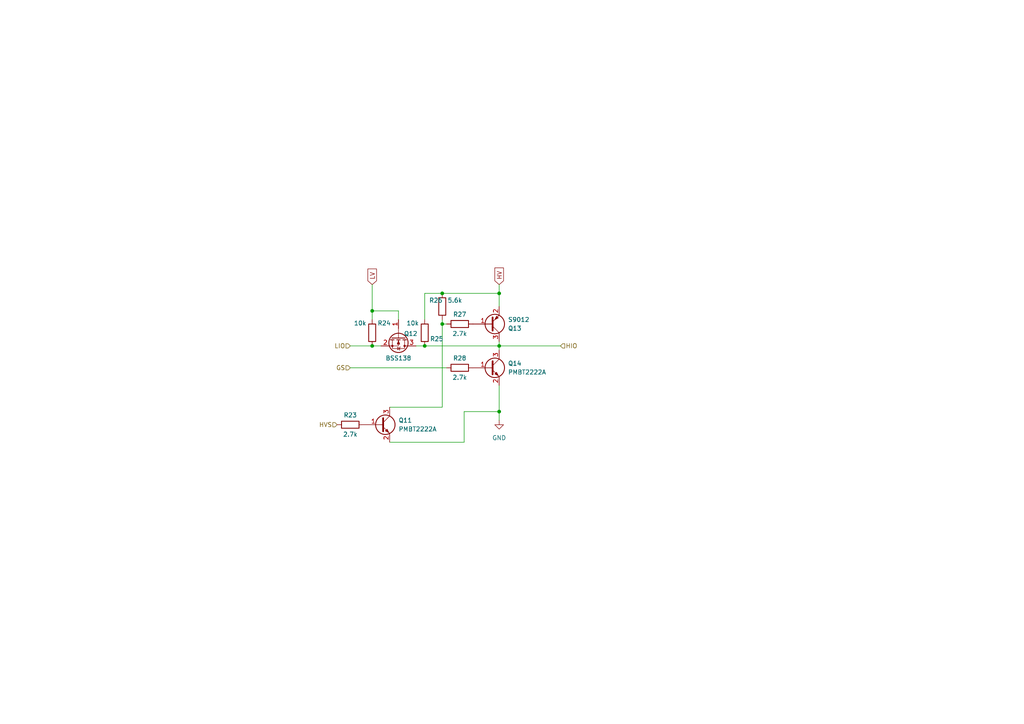
<source format=kicad_sch>
(kicad_sch (version 20250114) (generator "eeschema") (generator_version "9.0")
  (paper "A4")
  (lib_symbols
    (symbol "Device:Q_PNP_BEC" (pin_names (offset 0) (hide yes))
      (property "Reference" "Q" (at 5.08 1.27 0))
      (property "Value" "Q_PNP_BEC" (at 5.08 -1.27 0))
      (symbol "Q_PNP_BEC_0_1"
        (polyline (pts (xy 0.635 1.905) (xy 0.635 -1.905) (xy 0.635 -1.905)) (stroke (width 0.508)))
        (polyline (pts (xy 0.635 0.635) (xy 2.54 2.54)))
        (polyline (pts (xy 0.635 -0.635) (xy 2.54 -2.54) (xy 2.54 -2.54)))
        (circle (center 1.27 0) (radius 2.8194) (stroke (width 0.254)))
        (polyline (pts (xy 2.286 -1.778) (xy 1.778 -2.286) (xy 1.27 -1.27) (xy 2.286 -1.778) (xy 2.286 -1.778)) (fill (type outline)))
      )
      (symbol "Q_PNP_BEC_1_1"
        (pin input line (at -5.08 0 0) (length 5.715) (name "B") (number "1"))
        (pin passive line (at 2.54 5.08 270) (length 2.54) (name "C") (number "3"))
        (pin passive line (at 2.54 -5.08 90) (length 2.54) (name "E") (number "2"))
      )
    )
    (symbol "Device:R" (pin_numbers (hide yes)) (pin_names (offset 0))
      (property "Reference" "R" (at 2.032 0 90))
      (property "Value" "R" (at 0 0 90))
      (symbol "R_0_1"
        (rectangle (start -1.016 -2.54) (end 1.016 2.54) (stroke (width 0.254)))
      )
      (symbol "R_1_1"
        (pin passive line (at 0 3.81 270) (length 1.27) (name "~") (number "1"))
        (pin passive line (at 0 -3.81 90) (length 1.27) (name "~") (number "2"))
      )
    )
    (symbol "Transistor_BJT:PMBT2222A" (pin_names (offset 0) (hide yes))
      (property "Reference" "Q" (at 5.08 1.905 0))
      (property "Value" "PMBT2222A" (at 5.08 0 0))
      (symbol "PMBT2222A_0_1"
        (polyline (pts (xy 0.635 1.905) (xy 0.635 -1.905) (xy 0.635 -1.905)) (stroke (width 0.508)))
        (polyline (pts (xy 0.635 0.635) (xy 2.54 2.54)))
        (polyline (pts (xy 0.635 -0.635) (xy 2.54 -2.54) (xy 2.54 -2.54)))
        (circle (center 1.27 0) (radius 2.8194) (stroke (width 0.254)))
        (polyline (pts (xy 1.27 -1.778) (xy 1.778 -1.27) (xy 2.286 -2.286) (xy 1.27 -1.778) (xy 1.27 -1.778)) (fill (type outline)))
      )
      (symbol "PMBT2222A_1_1"
        (pin input line (at -5.08 0 0) (length 5.715) (name "B") (number "1"))
        (pin passive line (at 2.54 5.08 270) (length 2.54) (name "C") (number "3"))
        (pin passive line (at 2.54 -5.08 90) (length 2.54) (name "E") (number "2"))
      )
    )
    (symbol "Transistor_FET:BSS138" (pin_names (hide yes))
      (property "Reference" "Q" (at 5.08 1.905 0))
      (property "Value" "BSS138" (at 5.08 0 0))
      (symbol "BSS138_0_1"
        (polyline (pts (xy 0.254 1.905) (xy 0.254 -1.905)) (stroke (width 0.254)))
        (polyline (pts (xy 0.254 0) (xy -2.54 0)))
        (polyline (pts (xy 0.762 2.286) (xy 0.762 1.27)) (stroke (width 0.254)))
        (polyline (pts (xy 0.762 0.508) (xy 0.762 -0.508)) (stroke (width 0.254)))
        (polyline (pts (xy 0.762 -1.27) (xy 0.762 -2.286)) (stroke (width 0.254)))
        (polyline (pts (xy 0.762 -1.778) (xy 3.302 -1.778) (xy 3.302 1.778) (xy 0.762 1.778)))
        (polyline (pts (xy 1.016 0) (xy 2.032 0.381) (xy 2.032 -0.381) (xy 1.016 0)) (fill (type outline)))
        (circle (center 1.651 0) (radius 2.794) (stroke (width 0.254)))
        (polyline (pts (xy 2.54 2.54) (xy 2.54 1.778)))
        (circle (center 2.54 1.778) (radius 0.254) (fill (type outline)))
        (circle (center 2.54 -1.778) (radius 0.254) (fill (type outline)))
        (polyline (pts (xy 2.54 -2.54) (xy 2.54 0) (xy 0.762 0)))
        (polyline (pts (xy 2.794 0.508) (xy 2.921 0.381) (xy 3.683 0.381) (xy 3.81 0.254)))
        (polyline (pts (xy 3.302 0.381) (xy 2.921 -0.254) (xy 3.683 -0.254) (xy 3.302 0.381)))
      )
      (symbol "BSS138_1_1"
        (pin input line (at -5.08 0 0) (length 2.54) (name "G") (number "1"))
        (pin passive line (at 2.54 5.08 270) (length 2.54) (name "D") (number "3"))
        (pin passive line (at 2.54 -5.08 90) (length 2.54) (name "S") (number "2"))
      )
    )
    (symbol "power:GND" (power) (pin_numbers (hide yes)) (pin_names (offset 0) (hide yes))
      (property "Value" "GND" (at 0 -3.81 0))
      (symbol "GND_0_1"
        (polyline (pts (xy 0 0) (xy 0 -1.27) (xy 1.27 -1.27) (xy 0 -2.54) (xy -1.27 -1.27) (xy 0 -1.27)))
      )
      (symbol "GND_1_1"
        (pin power_in line (at 0 0 270) (length 0) (name "~") (number "1"))
      )
    )
  )
  (junction (at 144.78 85.09))
  (junction (at 128.27 85.09))
  (junction (at 128.27 93.98))
  (junction (at 107.95 90.17))
  (junction (at 144.78 100.33))
  (junction (at 123.19 100.33))
  (junction (at 107.95 100.33))
  (junction (at 144.78 119.38))
  (wire (pts (xy 120.65 100.33) (xy 123.19 100.33)))
  (wire (pts (xy 107.95 90.17) (xy 115.57 90.17)))
  (wire (pts (xy 123.19 85.09) (xy 128.27 85.09)))
  (wire (pts (xy 144.78 119.38) (xy 144.78 121.92)))
  (wire (pts (xy 144.78 100.33) (xy 162.56 100.33)))
  (wire (pts (xy 134.62 128.27) (xy 113.03 128.27)))
  (wire (pts (xy 123.19 85.09) (xy 123.19 92.71)))
  (wire (pts (xy 144.78 100.33) (xy 144.78 101.6)))
  (wire (pts (xy 101.6 100.33) (xy 107.95 100.33)))
  (wire (pts (xy 144.78 100.33) (xy 144.78 99.06)))
  (wire (pts (xy 123.19 100.33) (xy 144.78 100.33)))
  (wire (pts (xy 134.62 119.38) (xy 144.78 119.38)))
  (wire (pts (xy 107.95 100.33) (xy 110.49 100.33)))
  (wire (pts (xy 107.95 92.71) (xy 107.95 90.17)))
  (wire (pts (xy 144.78 111.76) (xy 144.78 119.38)))
  (wire (pts (xy 107.95 82.55) (xy 107.95 90.17)))
  (wire (pts (xy 144.78 85.09) (xy 144.78 88.9)))
  (wire (pts (xy 101.6 106.68) (xy 129.54 106.68)))
  (wire (pts (xy 115.57 90.17) (xy 115.57 92.71)))
  (wire (pts (xy 128.27 92.71) (xy 128.27 93.98)))
  (wire (pts (xy 128.27 93.98) (xy 129.54 93.98)))
  (wire (pts (xy 144.78 82.55) (xy 144.78 85.09)))
  (wire (pts (xy 128.27 85.09) (xy 144.78 85.09)))
  (wire (pts (xy 128.27 93.98) (xy 128.27 118.11)))
  (wire (pts (xy 134.62 119.38) (xy 134.62 128.27)))
  (wire (pts (xy 113.03 118.11) (xy 128.27 118.11)))
  (global_label "HV" (shape input) (at 144.78 82.55 90) (property "Intersheetrefs" "${INTERSHEET_REFS}" (effects (hide yes))))
  (global_label "LV" (shape input) (at 107.95 82.55 90) (property "Intersheetrefs" "${INTERSHEET_REFS}" (effects (hide yes))))
  (hierarchical_label "LIO" (shape input) (at 101.6 100.33 180))
  (hierarchical_label "HIO" (shape input) (at 162.56 100.33 0))
  (hierarchical_label "HVS" (shape input) (at 97.79 123.19 180))
  (hierarchical_label "GS" (shape input) (at 101.6 106.68 180))
  (symbol (lib_id "Device:R") (at 123.19 96.52 0) (unit 1)
    (property "Reference" "R5" (at 124.714 98.298 0) (effects (justify left)))
    (property "Value" "10k" (at 117.856 93.726 0) (effects (justify left)))
    (property "Footprint" "Resistor_SMD:R_1206_3216Metric_Pad1.30x1.75mm_HandSolder" (effects (hide yes)))
    (property "Description" "Resistor" (effects (hide yes)))
    (instances (project "micro" (path "" (reference "R25") (unit 1)) (path "" (reference "R5") (unit 1)) (path "" (reference "R37") (unit 1)) (path "" (reference "R43") (unit 1)) (path "" (reference "R55") (unit 1)) (path "" (reference "R79") (unit 1)) (path "" (reference "R19") (unit 1)) (path "" (reference "R85") (unit 1)) (path "" (reference "R73") (unit 1)) (path "" (reference "R31") (unit 1)) (path "" (reference "R97") (unit 1)) (path "" (reference "R67") (unit 1)) (path "" (reference "R103") (unit 1)) (path "" (reference "R91") (unit 1)) (path "" (reference "R61") (unit 1)) (path "" (reference "R49") (unit 1))))
  )
  (symbol (lib_id "Device:R") (at 133.35 93.98 90) (unit 1)
    (property "Reference" "R7" (at 133.35 91.186 90))
    (property "Value" "2.7k" (at 133.35 96.774 90))
    (property "Footprint" "Resistor_SMD:R_1206_3216Metric_Pad1.30x1.75mm_HandSolder" (effects (hide yes)))
    (property "Description" "Resistor" (effects (hide yes)))
    (instances (project "micro" (path "" (reference "R27") (unit 1)) (path "" (reference "R7") (unit 1)) (path "" (reference "R39") (unit 1)) (path "" (reference "R45") (unit 1)) (path "" (reference "R57") (unit 1)) (path "" (reference "R81") (unit 1)) (path "" (reference "R21") (unit 1)) (path "" (reference "R87") (unit 1)) (path "" (reference "R75") (unit 1)) (path "" (reference "R33") (unit 1)) (path "" (reference "R99") (unit 1)) (path "" (reference "R69") (unit 1)) (path "" (reference "R105") (unit 1)) (path "" (reference "R93") (unit 1)) (path "" (reference "R63") (unit 1)) (path "" (reference "R51") (unit 1))))
  )
  (symbol (lib_id "Transistor_BJT:PMBT2222A") (at 142.24 106.68 0) (unit 1)
    (property "Reference" "Q4" (at 147.32 105.4099 0) (effects (justify left)))
    (property "Value" "PMBT2222A" (at 147.32 107.9499 0) (effects (justify left)))
    (property "Footprint" "Package_TO_SOT_SMD:SOT-23_Handsoldering" (effects (hide yes)))
    (property "Datasheet" "https://assets.nexperia.com/documents/data-sheet/PMBT2222A.pdf" (effects (hide yes)))
    (property "Description" "600mA Ic, 40V Vce, NPN Transistor, SOT-23" (effects (hide yes)))
    (instances (project "micro" (path "" (reference "Q14") (unit 1)) (path "" (reference "Q4") (unit 1)) (path "" (reference "Q22") (unit 1)) (path "" (reference "Q26") (unit 1)) (path "" (reference "Q34") (unit 1)) (path "" (reference "Q50") (unit 1)) (path "" (reference "Q10") (unit 1)) (path "" (reference "Q54") (unit 1)) (path "" (reference "Q46") (unit 1)) (path "" (reference "Q18") (unit 1)) (path "" (reference "Q62") (unit 1)) (path "" (reference "Q42") (unit 1)) (path "" (reference "Q66") (unit 1)) (path "" (reference "Q58") (unit 1)) (path "" (reference "Q38") (unit 1)) (path "" (reference "Q30") (unit 1))))
  )
  (symbol (lib_id "Device:R") (at 101.6 123.19 90) (unit 1)
    (property "Reference" "R3" (at 101.6 120.396 90))
    (property "Value" "2.7k" (at 101.6 125.984 90))
    (property "Footprint" "Resistor_SMD:R_1206_3216Metric_Pad1.30x1.75mm_HandSolder" (effects (hide yes)))
    (property "Description" "Resistor" (effects (hide yes)))
    (instances (project "micro" (path "" (reference "R23") (unit 1)) (path "" (reference "R3") (unit 1)) (path "" (reference "R35") (unit 1)) (path "" (reference "R41") (unit 1)) (path "" (reference "R53") (unit 1)) (path "" (reference "R77") (unit 1)) (path "" (reference "R17") (unit 1)) (path "" (reference "R83") (unit 1)) (path "" (reference "R71") (unit 1)) (path "" (reference "R29") (unit 1)) (path "" (reference "R95") (unit 1)) (path "" (reference "R65") (unit 1)) (path "" (reference "R101") (unit 1)) (path "" (reference "R89") (unit 1)) (path "" (reference "R59") (unit 1)) (path "" (reference "R47") (unit 1))))
  )
  (symbol (lib_id "Device:R") (at 107.95 96.52 0) (unit 1)
    (property "Reference" "R4" (at 109.474 93.726 0) (effects (justify left)))
    (property "Value" "10k" (at 102.616 93.726 0) (effects (justify left)))
    (property "Footprint" "Resistor_SMD:R_1206_3216Metric_Pad1.30x1.75mm_HandSolder" (effects (hide yes)))
    (property "Description" "Resistor" (effects (hide yes)))
    (instances (project "micro" (path "" (reference "R24") (unit 1)) (path "" (reference "R4") (unit 1)) (path "" (reference "R36") (unit 1)) (path "" (reference "R42") (unit 1)) (path "" (reference "R54") (unit 1)) (path "" (reference "R78") (unit 1)) (path "" (reference "R18") (unit 1)) (path "" (reference "R84") (unit 1)) (path "" (reference "R72") (unit 1)) (path "" (reference "R30") (unit 1)) (path "" (reference "R96") (unit 1)) (path "" (reference "R66") (unit 1)) (path "" (reference "R102") (unit 1)) (path "" (reference "R90") (unit 1)) (path "" (reference "R60") (unit 1)) (path "" (reference "R48") (unit 1))))
  )
  (symbol (lib_id "Device:R") (at 133.35 106.68 90) (unit 1)
    (property "Reference" "R8" (at 133.35 103.886 90))
    (property "Value" "2.7k" (at 133.35 109.474 90))
    (property "Footprint" "Resistor_SMD:R_1206_3216Metric_Pad1.30x1.75mm_HandSolder" (effects (hide yes)))
    (property "Description" "Resistor" (effects (hide yes)))
    (instances (project "micro" (path "" (reference "R28") (unit 1)) (path "" (reference "R8") (unit 1)) (path "" (reference "R40") (unit 1)) (path "" (reference "R46") (unit 1)) (path "" (reference "R58") (unit 1)) (path "" (reference "R82") (unit 1)) (path "" (reference "R22") (unit 1)) (path "" (reference "R88") (unit 1)) (path "" (reference "R76") (unit 1)) (path "" (reference "R34") (unit 1)) (path "" (reference "R100") (unit 1)) (path "" (reference "R70") (unit 1)) (path "" (reference "R106") (unit 1)) (path "" (reference "R94") (unit 1)) (path "" (reference "R64") (unit 1)) (path "" (reference "R52") (unit 1))))
  )
  (symbol (lib_id "power:GND") (at 144.78 121.92 0) (unit 1)
    (property "Reference" "#PWR010" (effects (hide yes)))
    (property "Value" "GND" (at 144.78 127 0))
    (property "Description" "Power symbol creates a global label with name \"GND\" , ground" (effects (hide yes)))
    (instances (project "micro" (path "" (reference "#PWR016") (unit 1)) (path "" (reference "#PWR010") (unit 1)) (path "" (reference "#PWR018") (unit 1)) (path "" (reference "#PWR019") (unit 1)) (path "" (reference "#PWR021") (unit 1)) (path "" (reference "#PWR025") (unit 1)) (path "" (reference "#PWR015") (unit 1)) (path "" (reference "#PWR026") (unit 1)) (path "" (reference "#PWR024") (unit 1)) (path "" (reference "#PWR017") (unit 1)) (path "" (reference "#PWR028") (unit 1)) (path "" (reference "#PWR023") (unit 1)) (path "" (reference "#PWR029") (unit 1)) (path "" (reference "#PWR027") (unit 1)) (path "" (reference "#PWR022") (unit 1)) (path "" (reference "#PWR020") (unit 1))))
  )
  (symbol (lib_id "Transistor_FET:BSS138") (at 115.57 97.79 270) (unit 1)
    (property "Reference" "Q2" (at 119.126 96.774 90))
    (property "Value" "BSS138" (at 115.57 103.886 90))
    (property "Footprint" "Package_TO_SOT_SMD:SOT-23_Handsoldering" (effects (hide yes)))
    (property "Datasheet" "https://www.onsemi.com/pub/Collateral/BSS138-D.PDF" (effects (hide yes)))
    (property "Description" "50V Vds, 0.22A Id, N-Channel MOSFET, SOT-23" (effects (hide yes)))
    (instances (project "micro" (path "" (reference "Q12") (unit 1)) (path "" (reference "Q2") (unit 1)) (path "" (reference "Q20") (unit 1)) (path "" (reference "Q24") (unit 1)) (path "" (reference "Q32") (unit 1)) (path "" (reference "Q48") (unit 1)) (path "" (reference "Q8") (unit 1)) (path "" (reference "Q52") (unit 1)) (path "" (reference "Q44") (unit 1)) (path "" (reference "Q16") (unit 1)) (path "" (reference "Q60") (unit 1)) (path "" (reference "Q40") (unit 1)) (path "" (reference "Q64") (unit 1)) (path "" (reference "Q56") (unit 1)) (path "" (reference "Q36") (unit 1)) (path "" (reference "Q28") (unit 1))))
  )
  (symbol (lib_id "Device:Q_PNP_BEC") (at 142.24 93.98 0) (mirror x) (unit 1)
    (property "Reference" "Q3" (at 147.32 95.2501 0) (effects (justify left)))
    (property "Value" "S9012" (at 147.32 92.7101 0) (effects (justify left)))
    (property "Footprint" "Package_TO_SOT_SMD:SOT-23_Handsoldering" (effects (hide yes)))
    (property "Description" "PNP transistor, base/emitter/collector" (effects (hide yes)))
    (instances (project "micro" (path "" (reference "Q13") (unit 1)) (path "" (reference "Q3") (unit 1)) (path "" (reference "Q21") (unit 1)) (path "" (reference "Q25") (unit 1)) (path "" (reference "Q33") (unit 1)) (path "" (reference "Q49") (unit 1)) (path "" (reference "Q9") (unit 1)) (path "" (reference "Q53") (unit 1)) (path "" (reference "Q45") (unit 1)) (path "" (reference "Q17") (unit 1)) (path "" (reference "Q61") (unit 1)) (path "" (reference "Q41") (unit 1)) (path "" (reference "Q65") (unit 1)) (path "" (reference "Q57") (unit 1)) (path "" (reference "Q37") (unit 1)) (path "" (reference "Q29") (unit 1))))
  )
  (symbol (lib_id "Transistor_BJT:PMBT2222A") (at 110.49 123.19 0) (unit 1)
    (property "Reference" "Q1" (at 115.57 121.9199 0) (effects (justify left)))
    (property "Value" "PMBT2222A" (at 115.57 124.4599 0) (effects (justify left)))
    (property "Footprint" "Package_TO_SOT_SMD:SOT-23_Handsoldering" (effects (hide yes)))
    (property "Datasheet" "https://assets.nexperia.com/documents/data-sheet/PMBT2222A.pdf" (effects (hide yes)))
    (property "Description" "600mA Ic, 40V Vce, NPN Transistor, SOT-23" (effects (hide yes)))
    (instances (project "micro" (path "" (reference "Q11") (unit 1)) (path "" (reference "Q1") (unit 1)) (path "" (reference "Q19") (unit 1)) (path "" (reference "Q23") (unit 1)) (path "" (reference "Q31") (unit 1)) (path "" (reference "Q47") (unit 1)) (path "" (reference "Q7") (unit 1)) (path "" (reference "Q51") (unit 1)) (path "" (reference "Q43") (unit 1)) (path "" (reference "Q15") (unit 1)) (path "" (reference "Q59") (unit 1)) (path "" (reference "Q39") (unit 1)) (path "" (reference "Q63") (unit 1)) (path "" (reference "Q55") (unit 1)) (path "" (reference "Q35") (unit 1)) (path "" (reference "Q27") (unit 1))))
  )
  (symbol (lib_id "Device:R") (at 128.27 88.9 0) (unit 1)
    (property "Reference" "R6" (at 124.46 87.122 0) (effects (justify left)))
    (property "Value" "5.6k" (at 129.794 87.122 0) (effects (justify left)))
    (property "Footprint" "Resistor_SMD:R_1206_3216Metric_Pad1.30x1.75mm_HandSolder" (effects (hide yes)))
    (property "Description" "Resistor" (effects (hide yes)))
    (instances (project "micro" (path "" (reference "R26") (unit 1)) (path "" (reference "R6") (unit 1)) (path "" (reference "R38") (unit 1)) (path "" (reference "R44") (unit 1)) (path "" (reference "R56") (unit 1)) (path "" (reference "R80") (unit 1)) (path "" (reference "R20") (unit 1)) (path "" (reference "R86") (unit 1)) (path "" (reference "R74") (unit 1)) (path "" (reference "R32") (unit 1)) (path "" (reference "R98") (unit 1)) (path "" (reference "R68") (unit 1)) (path "" (reference "R104") (unit 1)) (path "" (reference "R92") (unit 1)) (path "" (reference "R62") (unit 1)) (path "" (reference "R50") (unit 1))))
  )
)
</source>
